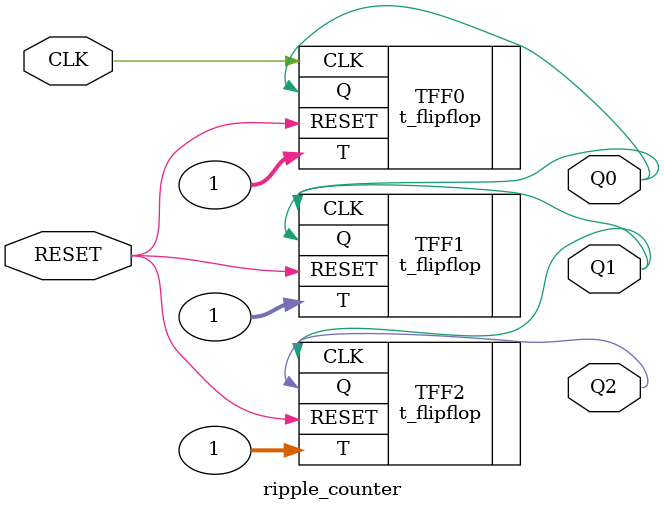
<source format=v>
module ripple_counter (
    input CLK, RESET,
    output Q0, Q1, Q2
);
    wire nuke;

    t_flipflop TFF0 (
        .T(1),
        .CLK(CLK),
        .Q(Q0),
        .RESET(RESET)
    );

    t_flipflop TFF1 (
        .T(1),
        .CLK(Q0),
        .Q(Q1),
        .RESET(RESET)
    );

    t_flipflop TFF2 (
        .T(1),
        .CLK(Q1),
        .Q(Q2),
        .RESET(RESET)
    );

endmodule
</source>
